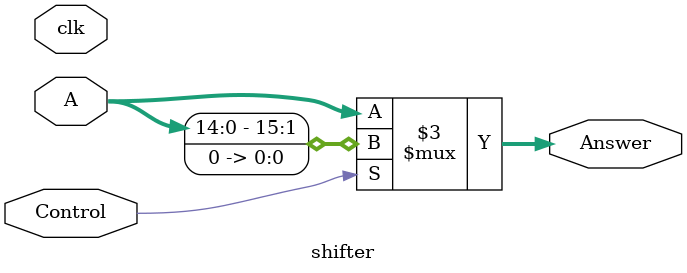
<source format=v>
`timescale 1ns / 1ps


module shifter(
    input clk,
    input wire Control,
    input wire [15:0] A,
    output reg [15:0] Answer 
    );
    
    always@(*)	begin
        case (Control)  
            1'b1: Answer = {A[14:0],1'b0};
            
            default: Answer = A;
        endcase 
    end 
endmodule

</source>
